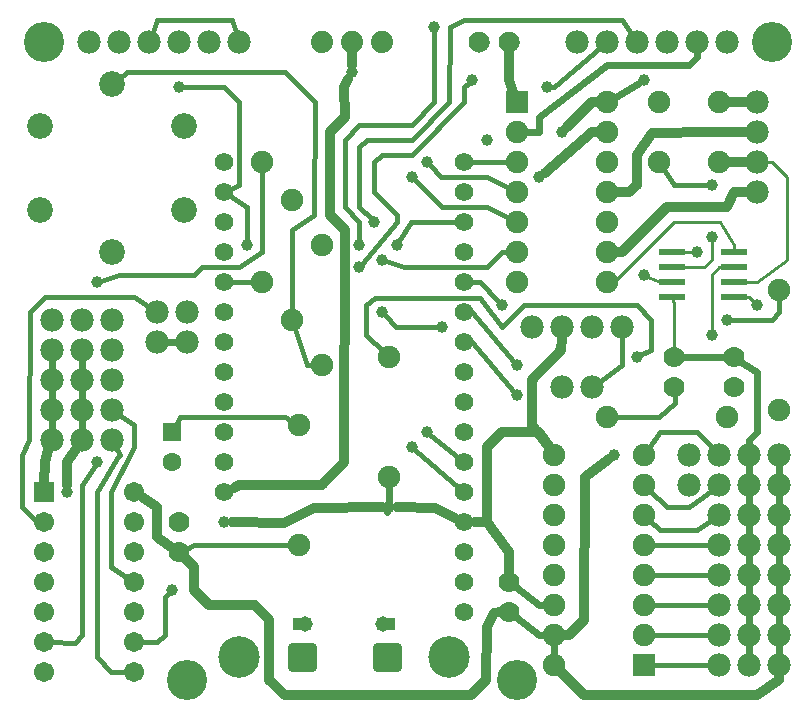
<source format=gtl>
G04 MADE WITH FRITZING*
G04 WWW.FRITZING.ORG*
G04 DOUBLE SIDED*
G04 HOLES PLATED*
G04 CONTOUR ON CENTER OF CONTOUR VECTOR*
%ASAXBY*%
%FSLAX23Y23*%
%MOIN*%
%OFA0B0*%
%SFA1.0B1.0*%
%ADD10C,0.039370*%
%ADD11C,0.078000*%
%ADD12C,0.086000*%
%ADD13C,0.075000*%
%ADD14C,0.070000*%
%ADD15C,0.062992*%
%ADD16C,0.074000*%
%ADD17C,0.138425*%
%ADD18C,0.095000*%
%ADD19C,0.051496*%
%ADD20C,0.062000*%
%ADD21C,0.067559*%
%ADD22C,0.133858*%
%ADD23R,0.087000X0.024000*%
%ADD24R,0.062992X0.062992*%
%ADD25R,0.075000X0.075000*%
%ADD26R,0.067559X0.067559*%
%ADD27C,0.032000*%
%ADD28C,0.016000*%
%ADD29C,0.024000*%
%ADD30C,0.011111*%
%ADD31C,0.029783*%
%ADD32R,0.001000X0.001000*%
%LNCOPPER1*%
G90*
G70*
G54D10*
X175Y707D03*
X274Y1407D03*
G54D11*
X249Y2207D03*
X349Y2207D03*
X449Y2207D03*
X549Y2207D03*
X649Y2207D03*
X749Y2207D03*
G54D10*
X1249Y657D03*
X1275Y1532D03*
X1999Y833D03*
X2074Y1158D03*
X548Y2058D03*
X774Y1532D03*
G54D12*
X324Y2067D03*
X564Y1927D03*
X324Y1507D03*
X84Y1647D03*
X564Y1647D03*
X84Y1927D03*
G54D10*
X2099Y2082D03*
X1399Y2257D03*
X1149Y1532D03*
X1199Y1607D03*
X1774Y2057D03*
X1525Y2082D03*
X1575Y1883D03*
X1124Y2107D03*
X1824Y1907D03*
X1749Y1757D03*
X2274Y1507D03*
X2374Y1282D03*
X2324Y1557D03*
X2324Y1232D03*
X2099Y1432D03*
X2474Y1332D03*
X2324Y1732D03*
G54D13*
X2374Y957D03*
X1974Y957D03*
X2549Y1382D03*
X2549Y982D03*
G54D14*
X2199Y1157D03*
X2199Y1057D03*
X2399Y1157D03*
X2399Y1057D03*
G54D11*
X2249Y732D03*
X2249Y832D03*
G54D13*
X2149Y1807D03*
X2349Y1807D03*
X2149Y2007D03*
X2349Y2007D03*
X1249Y757D03*
X1249Y1157D03*
X949Y532D03*
X949Y932D03*
G54D15*
X524Y907D03*
X524Y809D03*
G54D16*
X1024Y2207D03*
X1124Y2207D03*
X1224Y2207D03*
X1024Y2207D03*
X1124Y2207D03*
X1224Y2207D03*
G54D11*
X124Y1282D03*
X224Y1282D03*
X324Y1282D03*
G54D17*
X1449Y157D03*
G54D18*
X957Y158D03*
G54D19*
X969Y268D03*
G54D20*
X1499Y1807D03*
X1499Y1707D03*
X1499Y1607D03*
X1499Y1507D03*
X1499Y1407D03*
X1499Y1307D03*
X1499Y1207D03*
X1499Y1107D03*
X1499Y1007D03*
G54D17*
X749Y157D03*
G54D20*
X1499Y907D03*
X1499Y807D03*
X1499Y707D03*
X1499Y607D03*
X1499Y507D03*
X1499Y407D03*
X1499Y307D03*
X699Y707D03*
X699Y807D03*
X699Y907D03*
X699Y1007D03*
X699Y1107D03*
X699Y1207D03*
X699Y1307D03*
X699Y1407D03*
X699Y1507D03*
X699Y1607D03*
X699Y1707D03*
X699Y1807D03*
G54D19*
X1229Y268D03*
G54D18*
X1241Y158D03*
G54D10*
X1149Y1457D03*
G54D11*
X1924Y1057D03*
X1824Y1057D03*
G54D10*
X1424Y1257D03*
X1224Y1307D03*
X524Y383D03*
X274Y807D03*
G54D11*
X1874Y2207D03*
X1974Y2207D03*
X2074Y2207D03*
X2174Y2207D03*
X2274Y2207D03*
X2374Y2207D03*
X2549Y132D03*
X2549Y232D03*
X2549Y332D03*
X2549Y432D03*
X2549Y532D03*
X2549Y632D03*
X2549Y732D03*
X2549Y832D03*
X2449Y132D03*
X2449Y232D03*
X2449Y332D03*
X2449Y432D03*
X2449Y532D03*
X2449Y632D03*
X2449Y732D03*
X2449Y832D03*
X2349Y132D03*
X2349Y232D03*
X2349Y332D03*
X2349Y432D03*
X2349Y532D03*
X2349Y632D03*
X2349Y732D03*
X2349Y832D03*
X1724Y1257D03*
X1824Y1257D03*
X1924Y1257D03*
X2024Y1257D03*
X2474Y2007D03*
X2474Y1907D03*
X2474Y1807D03*
X2474Y1707D03*
G54D13*
X1674Y2007D03*
X1974Y2007D03*
X1674Y1907D03*
X1974Y1907D03*
X1674Y1807D03*
X1974Y1807D03*
X1674Y1707D03*
X1974Y1707D03*
X1674Y1607D03*
X1974Y1607D03*
X1674Y1507D03*
X1974Y1507D03*
X1674Y1407D03*
X1974Y1407D03*
X2099Y132D03*
X1799Y132D03*
X2099Y232D03*
X1799Y232D03*
X2099Y332D03*
X1799Y332D03*
X2099Y432D03*
X1799Y432D03*
X2099Y532D03*
X1799Y532D03*
X2099Y632D03*
X1799Y632D03*
X2099Y732D03*
X1799Y732D03*
X2099Y832D03*
X1799Y832D03*
G54D14*
X549Y607D03*
X549Y507D03*
X1649Y407D03*
X1649Y307D03*
G54D10*
X1224Y1482D03*
X1374Y1807D03*
X1374Y907D03*
X1324Y857D03*
X1324Y1757D03*
X1624Y1332D03*
X1674Y1032D03*
X1674Y1132D03*
G54D13*
X824Y1807D03*
X824Y1407D03*
X924Y1282D03*
X924Y1682D03*
X1024Y1132D03*
X1024Y1532D03*
G54D11*
X574Y1307D03*
X474Y1307D03*
X574Y1207D03*
X474Y1207D03*
G54D21*
X99Y707D03*
X399Y707D03*
X99Y607D03*
X399Y607D03*
X99Y507D03*
X399Y507D03*
X99Y407D03*
X399Y407D03*
X99Y307D03*
X399Y307D03*
X99Y207D03*
X399Y207D03*
X99Y107D03*
X399Y107D03*
G54D11*
X224Y1182D03*
X224Y1082D03*
X224Y982D03*
X224Y882D03*
X124Y1182D03*
X124Y1082D03*
X124Y982D03*
X124Y882D03*
X324Y1182D03*
X324Y1082D03*
X324Y982D03*
X324Y882D03*
G54D22*
X1674Y82D03*
X574Y82D03*
X2524Y2207D03*
X99Y2207D03*
G54D14*
X1549Y2207D03*
X1649Y2207D03*
G54D10*
X699Y607D03*
G54D23*
X2193Y1507D03*
X2193Y1457D03*
X2193Y1407D03*
X2193Y1357D03*
X2399Y1357D03*
X2399Y1407D03*
X2399Y1457D03*
X2399Y1507D03*
G54D24*
X524Y907D03*
G54D25*
X1674Y2007D03*
X2099Y132D03*
G54D26*
X99Y707D03*
G54D27*
X205Y853D02*
X175Y807D01*
D02*
X175Y807D02*
X175Y732D01*
G54D28*
D02*
X474Y2281D02*
X724Y2281D01*
D02*
X457Y2231D02*
X474Y2281D01*
D02*
X724Y2281D02*
X741Y2231D01*
G54D29*
D02*
X1249Y729D02*
X1249Y656D01*
G54D28*
D02*
X1944Y1072D02*
X2024Y1133D01*
D02*
X2024Y1133D02*
X2024Y1233D01*
D02*
X2200Y1006D02*
X2200Y1037D01*
D02*
X1323Y1607D02*
X1476Y1607D01*
D02*
X1282Y1544D02*
X1323Y1607D01*
G54D29*
D02*
X1249Y656D02*
X1242Y640D01*
G54D28*
D02*
X1997Y957D02*
X2148Y957D01*
D02*
X2148Y957D02*
X2200Y1006D01*
D02*
X1625Y1257D02*
X1550Y1356D01*
D02*
X1173Y1232D02*
X1233Y1174D01*
D02*
X1173Y1331D02*
X1173Y1232D01*
D02*
X1200Y1356D02*
X1173Y1331D01*
D02*
X1550Y1356D02*
X1200Y1356D01*
D02*
X1699Y1331D02*
X1625Y1257D01*
D02*
X2123Y1282D02*
X2074Y1331D01*
D02*
X2123Y1183D02*
X2123Y1282D01*
D02*
X2086Y1164D02*
X2123Y1183D01*
D02*
X2074Y1331D02*
X1699Y1331D01*
D02*
X1000Y2008D02*
X999Y1632D01*
D02*
X749Y2007D02*
X698Y2058D01*
D02*
X698Y2058D02*
X562Y2058D01*
D02*
X720Y1718D02*
X749Y1733D01*
D02*
X749Y1733D02*
X749Y2007D01*
D02*
X900Y2108D02*
X1000Y2008D01*
D02*
X375Y2108D02*
X900Y2108D01*
D02*
X999Y1632D02*
X924Y1582D01*
D02*
X924Y1582D02*
X924Y1305D01*
D02*
X347Y2086D02*
X375Y2108D01*
D02*
X824Y1508D02*
X824Y1784D01*
D02*
X749Y1458D02*
X824Y1508D01*
D02*
X287Y1411D02*
X349Y1432D01*
D02*
X599Y1432D02*
X624Y1457D01*
D02*
X350Y1432D02*
X599Y1432D01*
D02*
X624Y1457D02*
X749Y1458D01*
G54D29*
D02*
X1749Y1957D02*
X1974Y2132D01*
D02*
X1749Y1907D02*
X1749Y1957D01*
D02*
X2249Y2132D02*
X2274Y2157D01*
D02*
X1974Y2132D02*
X2249Y2132D01*
D02*
X1725Y1907D02*
X1749Y1907D01*
G54D28*
D02*
X1149Y1657D02*
X1190Y1617D01*
D02*
X1149Y1607D02*
X1149Y1546D01*
D02*
X1100Y1657D02*
X1149Y1607D01*
D02*
X1149Y1858D02*
X1149Y1657D01*
D02*
X1174Y1883D02*
X1149Y1858D01*
D02*
X1324Y1883D02*
X1174Y1883D01*
D02*
X1449Y2008D02*
X1324Y1883D01*
D02*
X1450Y2257D02*
X1449Y2008D01*
D02*
X1499Y2283D02*
X1450Y2257D01*
D02*
X2061Y2228D02*
X2024Y2283D01*
D02*
X2024Y2283D02*
X1499Y2283D01*
D02*
X1324Y1933D02*
X1149Y1933D01*
D02*
X1149Y1933D02*
X1100Y1883D01*
D02*
X1100Y1883D02*
X1100Y1657D01*
D02*
X1399Y2244D02*
X1399Y2008D01*
D02*
X1399Y2008D02*
X1324Y1933D01*
G54D29*
D02*
X2274Y2157D02*
X2274Y2177D01*
D02*
X1703Y1907D02*
X1725Y1907D01*
D02*
X2083Y2073D02*
X1999Y2022D01*
G54D28*
D02*
X1799Y2057D02*
X1956Y2191D01*
D02*
X1274Y1607D02*
X1274Y1632D01*
D02*
X1274Y1632D02*
X1199Y1707D01*
D02*
X1199Y1707D02*
X1199Y1807D01*
D02*
X1199Y1807D02*
X1224Y1832D01*
D02*
X1224Y1832D02*
X1324Y1832D01*
D02*
X1324Y1832D02*
X1499Y2008D01*
D02*
X1499Y2008D02*
X1499Y2057D01*
D02*
X1499Y2057D02*
X1515Y2073D01*
D02*
X1158Y1468D02*
X1274Y1607D01*
D02*
X1788Y2057D02*
X1799Y2057D01*
G54D30*
D02*
X2399Y1532D02*
X2399Y1514D01*
D02*
X2350Y1608D02*
X2399Y1532D01*
D02*
X1999Y1408D02*
X2199Y1608D01*
D02*
X1997Y1408D02*
X1999Y1408D01*
D02*
X2199Y1608D02*
X2350Y1608D01*
G54D27*
D02*
X1649Y2082D02*
X1649Y2176D01*
D02*
X1924Y2008D02*
X1940Y2007D01*
D02*
X1841Y1925D02*
X1924Y2008D01*
D02*
X1663Y2040D02*
X1649Y2082D01*
D02*
X1925Y1908D02*
X1940Y1908D01*
D02*
X1768Y1773D02*
X1925Y1908D01*
G54D28*
D02*
X801Y1407D02*
X722Y1407D01*
G54D27*
D02*
X1124Y2171D02*
X1124Y2132D01*
D02*
X2439Y1807D02*
X2383Y1807D01*
D02*
X2439Y2007D02*
X2383Y2007D01*
G54D28*
D02*
X2549Y1307D02*
X2549Y1359D01*
D02*
X2524Y1283D02*
X2549Y1307D01*
G54D30*
D02*
X2231Y1507D02*
X2261Y1507D01*
G54D28*
D02*
X2388Y1282D02*
X2524Y1283D01*
G54D30*
D02*
X2199Y1332D02*
X2199Y1178D01*
D02*
X2195Y1351D02*
X2199Y1332D01*
G54D29*
D02*
X2373Y1157D02*
X2225Y1157D01*
D02*
X2475Y907D02*
X2449Y883D01*
D02*
X2449Y883D02*
X2449Y862D01*
D02*
X2421Y1143D02*
X2475Y1107D01*
D02*
X2475Y1107D02*
X2475Y907D01*
G54D30*
D02*
X2324Y1246D02*
X2324Y1433D01*
D02*
X2324Y1433D02*
X2349Y1458D01*
D02*
X2349Y1458D02*
X2361Y1458D01*
D02*
X2324Y1483D02*
X2324Y1544D01*
D02*
X2231Y1457D02*
X2299Y1458D01*
D02*
X2299Y1458D02*
X2324Y1483D01*
D02*
X2474Y1407D02*
X2574Y1483D01*
D02*
X2524Y1807D02*
X2499Y1807D01*
D02*
X2574Y1758D02*
X2524Y1807D01*
D02*
X2437Y1407D02*
X2474Y1407D01*
D02*
X2574Y1483D02*
X2574Y1758D01*
D02*
X2150Y1407D02*
X2111Y1426D01*
D02*
X2155Y1407D02*
X2150Y1407D01*
G54D28*
D02*
X2162Y1788D02*
X2199Y1732D01*
D02*
X2199Y1732D02*
X2311Y1732D01*
G54D30*
D02*
X2449Y1358D02*
X2465Y1342D01*
D02*
X2437Y1358D02*
X2449Y1358D01*
G54D28*
D02*
X1574Y1758D02*
X1423Y1758D01*
D02*
X1424Y1657D02*
X1334Y1748D01*
D02*
X1574Y1658D02*
X1424Y1657D01*
D02*
X1423Y1758D02*
X1384Y1798D01*
D02*
X1654Y1718D02*
X1574Y1758D01*
D02*
X1624Y1507D02*
X1651Y1507D01*
D02*
X1575Y1458D02*
X1624Y1507D01*
D02*
X1654Y1618D02*
X1574Y1658D01*
D02*
X1299Y1458D02*
X1575Y1458D01*
D02*
X1237Y1478D02*
X1299Y1458D01*
G54D27*
D02*
X474Y557D02*
X523Y525D01*
D02*
X474Y658D02*
X474Y557D01*
D02*
X425Y690D02*
X474Y658D01*
G54D28*
D02*
X900Y957D02*
X550Y957D01*
D02*
X929Y943D02*
X900Y957D01*
D02*
X550Y957D02*
X534Y926D01*
D02*
X598Y532D02*
X568Y516D01*
D02*
X926Y532D02*
X598Y532D01*
D02*
X100Y1357D02*
X50Y1307D01*
G54D29*
D02*
X544Y1207D02*
X504Y1207D01*
G54D28*
D02*
X75Y608D02*
X80Y608D01*
D02*
X24Y658D02*
X75Y608D01*
D02*
X454Y1321D02*
X399Y1357D01*
D02*
X399Y1357D02*
X100Y1357D01*
D02*
X24Y831D02*
X24Y658D01*
D02*
X49Y882D02*
X24Y831D01*
D02*
X50Y1307D02*
X49Y882D01*
G54D29*
D02*
X124Y1052D02*
X124Y1012D01*
D02*
X124Y1112D02*
X124Y1152D01*
D02*
X224Y1152D02*
X224Y1112D01*
D02*
X224Y1052D02*
X224Y1012D01*
D02*
X224Y952D02*
X224Y912D01*
D02*
X124Y952D02*
X124Y912D01*
G54D28*
D02*
X1273Y1257D02*
X1234Y1298D01*
D02*
X1411Y1257D02*
X1273Y1257D01*
G54D27*
D02*
X1523Y32D02*
X900Y31D01*
D02*
X900Y31D02*
X848Y83D01*
D02*
X1575Y257D02*
X1573Y83D01*
D02*
X1573Y83D02*
X1523Y32D01*
D02*
X1599Y306D02*
X1575Y257D01*
D02*
X848Y83D02*
X848Y282D01*
D02*
X848Y282D02*
X800Y333D01*
D02*
X800Y333D02*
X648Y332D01*
D02*
X648Y332D02*
X598Y382D01*
D02*
X1618Y307D02*
X1599Y306D01*
D02*
X1468Y623D02*
X1400Y656D01*
D02*
X599Y458D02*
X572Y485D01*
D02*
X598Y382D02*
X599Y458D01*
D02*
X1024Y733D02*
X1099Y807D01*
D02*
X749Y732D02*
X1024Y733D01*
D02*
X1099Y2058D02*
X1113Y2086D01*
D02*
X1100Y1582D02*
X1050Y1632D01*
D02*
X1050Y1632D02*
X1050Y1908D01*
D02*
X1100Y1958D02*
X1099Y2058D01*
D02*
X1050Y1908D02*
X1100Y1958D01*
D02*
X1099Y807D02*
X1100Y1582D01*
G54D28*
D02*
X500Y233D02*
X500Y358D01*
D02*
X500Y358D02*
X515Y373D01*
D02*
X475Y208D02*
X500Y233D01*
G54D27*
D02*
X730Y722D02*
X749Y732D01*
G54D28*
D02*
X383Y418D02*
X323Y458D01*
D02*
X323Y458D02*
X323Y707D01*
D02*
X399Y858D02*
X399Y932D01*
D02*
X399Y932D02*
X345Y969D01*
D02*
X323Y707D02*
X399Y858D01*
D02*
X350Y832D02*
X335Y860D01*
D02*
X323Y108D02*
X275Y158D01*
D02*
X380Y107D02*
X323Y108D01*
D02*
X275Y707D02*
X349Y832D01*
D02*
X275Y158D02*
X275Y707D01*
D02*
X419Y208D02*
X475Y208D01*
G54D27*
D02*
X100Y808D02*
X99Y738D01*
D02*
X113Y848D02*
X100Y808D01*
G54D28*
D02*
X200Y206D02*
X119Y207D01*
D02*
X225Y732D02*
X225Y232D01*
D02*
X267Y796D02*
X225Y732D01*
D02*
X225Y232D02*
X200Y206D01*
D02*
X1574Y1808D02*
X1522Y1808D01*
D02*
X1651Y1808D02*
X1574Y1808D01*
G54D27*
D02*
X1748Y907D02*
X1780Y861D01*
D02*
X1625Y907D02*
X1748Y907D01*
D02*
X1724Y932D02*
X1779Y860D01*
D02*
X1724Y1083D02*
X1724Y932D01*
D02*
X1823Y1183D02*
X1724Y1083D01*
D02*
X1824Y1222D02*
X1823Y1183D01*
D02*
X1575Y858D02*
X1625Y907D01*
D02*
X1534Y608D02*
X1575Y608D01*
D02*
X1575Y608D02*
X1575Y858D01*
D02*
X1849Y232D02*
X1833Y232D01*
D02*
X1899Y282D02*
X1849Y232D01*
D02*
X1900Y758D02*
X1899Y282D01*
D02*
X1980Y818D02*
X1900Y758D01*
G54D29*
D02*
X1799Y204D02*
X1799Y161D01*
D02*
X1748Y232D02*
X1670Y292D01*
D02*
X1771Y232D02*
X1748Y232D01*
D02*
X1748Y333D02*
X1670Y392D01*
D02*
X1771Y333D02*
X1748Y333D01*
G54D27*
D02*
X1649Y507D02*
X1575Y608D01*
D02*
X1649Y439D02*
X1649Y507D01*
D02*
X1575Y608D02*
X1534Y608D01*
G54D28*
D02*
X2150Y582D02*
X2116Y616D01*
D02*
X2274Y582D02*
X2150Y582D01*
D02*
X2329Y619D02*
X2274Y582D01*
D02*
X2325Y532D02*
X2122Y532D01*
D02*
X2325Y432D02*
X2122Y432D01*
D02*
X2325Y232D02*
X2122Y232D01*
D02*
X2325Y132D02*
X2122Y132D01*
D02*
X2150Y907D02*
X2274Y907D01*
D02*
X2274Y907D02*
X2332Y850D01*
D02*
X2112Y851D02*
X2150Y907D01*
D02*
X2325Y332D02*
X2122Y332D01*
D02*
X2175Y658D02*
X2116Y716D01*
D02*
X2249Y658D02*
X2175Y658D01*
D02*
X2330Y718D02*
X2249Y658D01*
G54D29*
D02*
X2549Y562D02*
X2549Y602D01*
D02*
X2549Y662D02*
X2549Y702D01*
D02*
X2549Y762D02*
X2549Y802D01*
D02*
X2449Y802D02*
X2449Y762D01*
D02*
X2449Y702D02*
X2449Y662D01*
D02*
X2449Y602D02*
X2449Y562D01*
D02*
X2449Y502D02*
X2449Y462D01*
D02*
X2449Y402D02*
X2449Y362D01*
D02*
X2449Y302D02*
X2449Y262D01*
D02*
X2449Y202D02*
X2449Y162D01*
D02*
X2549Y162D02*
X2549Y202D01*
D02*
X2549Y362D02*
X2549Y402D01*
D02*
X2549Y462D02*
X2549Y502D01*
G54D27*
D02*
X2549Y83D02*
X2475Y33D01*
D02*
X2475Y33D02*
X1899Y33D01*
D02*
X1899Y33D02*
X1823Y108D01*
D02*
X2549Y97D02*
X2549Y83D01*
G54D29*
D02*
X2549Y262D02*
X2549Y302D01*
G54D27*
D02*
X2374Y1657D02*
X2175Y1657D01*
D02*
X2175Y1657D02*
X2025Y1508D01*
D02*
X2399Y1707D02*
X2374Y1657D01*
D02*
X2025Y1508D02*
X2008Y1508D01*
D02*
X2074Y1832D02*
X2074Y1732D01*
D02*
X2125Y1906D02*
X2074Y1832D01*
D02*
X2324Y1907D02*
X2125Y1906D01*
D02*
X2049Y1707D02*
X2008Y1707D01*
D02*
X2074Y1732D02*
X2049Y1707D01*
D02*
X2439Y1907D02*
X2324Y1907D01*
D02*
X2439Y1707D02*
X2399Y1707D01*
G54D28*
D02*
X1385Y899D02*
X1481Y822D01*
D02*
X1615Y1342D02*
X1550Y1407D01*
D02*
X1550Y1407D02*
X1522Y1407D01*
D02*
X1334Y849D02*
X1482Y722D01*
D02*
X1665Y1043D02*
X1525Y1207D01*
D02*
X1525Y1207D02*
X1522Y1207D01*
D02*
X1524Y1307D02*
X1665Y1143D01*
D02*
X1522Y1307D02*
X1524Y1307D01*
D02*
X974Y1132D02*
X931Y1260D01*
D02*
X1001Y1132D02*
X974Y1132D01*
D02*
X774Y1657D02*
X718Y1694D01*
D02*
X774Y1546D02*
X774Y1657D01*
G54D27*
D02*
X1225Y657D02*
X999Y656D01*
D02*
X1400Y656D02*
X1274Y657D01*
D02*
X999Y656D02*
X898Y606D01*
D02*
X898Y606D02*
X724Y607D01*
G54D31*
X925Y190D02*
X990Y190D01*
X990Y125D01*
X925Y125D01*
X925Y190D01*
D02*
X1208Y190D02*
X1274Y190D01*
X1274Y125D01*
X1208Y125D01*
X1208Y190D01*
D02*
G54D32*
X1543Y2242D02*
X1554Y2242D01*
X1643Y2242D02*
X1654Y2242D01*
X1539Y2241D02*
X1558Y2241D01*
X1639Y2241D02*
X1658Y2241D01*
X1536Y2240D02*
X1561Y2240D01*
X1636Y2240D02*
X1661Y2240D01*
X1534Y2239D02*
X1563Y2239D01*
X1634Y2239D02*
X1663Y2239D01*
X1532Y2238D02*
X1565Y2238D01*
X1632Y2238D02*
X1665Y2238D01*
X1530Y2237D02*
X1567Y2237D01*
X1630Y2237D02*
X1667Y2237D01*
X1529Y2236D02*
X1568Y2236D01*
X1629Y2236D02*
X1668Y2236D01*
X1527Y2235D02*
X1570Y2235D01*
X1627Y2235D02*
X1670Y2235D01*
X1526Y2234D02*
X1571Y2234D01*
X1626Y2234D02*
X1671Y2234D01*
X1525Y2233D02*
X1572Y2233D01*
X1625Y2233D02*
X1672Y2233D01*
X1524Y2232D02*
X1573Y2232D01*
X1624Y2232D02*
X1673Y2232D01*
X1523Y2231D02*
X1574Y2231D01*
X1623Y2231D02*
X1674Y2231D01*
X1522Y2230D02*
X1575Y2230D01*
X1622Y2230D02*
X1675Y2230D01*
X1521Y2229D02*
X1576Y2229D01*
X1621Y2229D02*
X1676Y2229D01*
X1521Y2228D02*
X1576Y2228D01*
X1621Y2228D02*
X1676Y2228D01*
X1520Y2227D02*
X1577Y2227D01*
X1620Y2227D02*
X1677Y2227D01*
X1519Y2226D02*
X1578Y2226D01*
X1619Y2226D02*
X1678Y2226D01*
X1519Y2225D02*
X1578Y2225D01*
X1619Y2225D02*
X1678Y2225D01*
X1518Y2224D02*
X1579Y2224D01*
X1618Y2224D02*
X1679Y2224D01*
X1518Y2223D02*
X1579Y2223D01*
X1618Y2223D02*
X1679Y2223D01*
X1517Y2222D02*
X1543Y2222D01*
X1554Y2222D02*
X1580Y2222D01*
X1617Y2222D02*
X1643Y2222D01*
X1654Y2222D02*
X1680Y2222D01*
X1517Y2221D02*
X1541Y2221D01*
X1556Y2221D02*
X1580Y2221D01*
X1617Y2221D02*
X1641Y2221D01*
X1656Y2221D02*
X1680Y2221D01*
X1516Y2220D02*
X1539Y2220D01*
X1558Y2220D02*
X1581Y2220D01*
X1616Y2220D02*
X1639Y2220D01*
X1658Y2220D02*
X1681Y2220D01*
X1516Y2219D02*
X1538Y2219D01*
X1559Y2219D02*
X1581Y2219D01*
X1616Y2219D02*
X1638Y2219D01*
X1659Y2219D02*
X1681Y2219D01*
X1516Y2218D02*
X1537Y2218D01*
X1560Y2218D02*
X1581Y2218D01*
X1616Y2218D02*
X1637Y2218D01*
X1660Y2218D02*
X1681Y2218D01*
X1515Y2217D02*
X1536Y2217D01*
X1561Y2217D02*
X1582Y2217D01*
X1615Y2217D02*
X1636Y2217D01*
X1661Y2217D02*
X1682Y2217D01*
X1515Y2216D02*
X1535Y2216D01*
X1562Y2216D02*
X1582Y2216D01*
X1615Y2216D02*
X1635Y2216D01*
X1662Y2216D02*
X1682Y2216D01*
X1515Y2215D02*
X1535Y2215D01*
X1562Y2215D02*
X1582Y2215D01*
X1615Y2215D02*
X1635Y2215D01*
X1662Y2215D02*
X1682Y2215D01*
X1515Y2214D02*
X1534Y2214D01*
X1563Y2214D02*
X1582Y2214D01*
X1615Y2214D02*
X1634Y2214D01*
X1663Y2214D02*
X1682Y2214D01*
X1515Y2213D02*
X1534Y2213D01*
X1563Y2213D02*
X1582Y2213D01*
X1615Y2213D02*
X1634Y2213D01*
X1663Y2213D02*
X1682Y2213D01*
X1514Y2212D02*
X1534Y2212D01*
X1563Y2212D02*
X1583Y2212D01*
X1614Y2212D02*
X1634Y2212D01*
X1663Y2212D02*
X1683Y2212D01*
X1514Y2211D02*
X1533Y2211D01*
X1564Y2211D02*
X1583Y2211D01*
X1614Y2211D02*
X1633Y2211D01*
X1664Y2211D02*
X1683Y2211D01*
X1514Y2210D02*
X1533Y2210D01*
X1564Y2210D02*
X1583Y2210D01*
X1614Y2210D02*
X1633Y2210D01*
X1664Y2210D02*
X1683Y2210D01*
X1514Y2209D02*
X1533Y2209D01*
X1564Y2209D02*
X1583Y2209D01*
X1614Y2209D02*
X1633Y2209D01*
X1664Y2209D02*
X1683Y2209D01*
X1514Y2208D02*
X1533Y2208D01*
X1564Y2208D02*
X1583Y2208D01*
X1614Y2208D02*
X1633Y2208D01*
X1664Y2208D02*
X1683Y2208D01*
X1514Y2207D02*
X1533Y2207D01*
X1564Y2207D02*
X1583Y2207D01*
X1614Y2207D02*
X1633Y2207D01*
X1664Y2207D02*
X1683Y2207D01*
X1514Y2206D02*
X1533Y2206D01*
X1564Y2206D02*
X1583Y2206D01*
X1614Y2206D02*
X1633Y2206D01*
X1664Y2206D02*
X1683Y2206D01*
X1514Y2205D02*
X1533Y2205D01*
X1564Y2205D02*
X1583Y2205D01*
X1614Y2205D02*
X1633Y2205D01*
X1664Y2205D02*
X1683Y2205D01*
X1514Y2204D02*
X1533Y2204D01*
X1564Y2204D02*
X1583Y2204D01*
X1614Y2204D02*
X1633Y2204D01*
X1664Y2204D02*
X1683Y2204D01*
X1514Y2203D02*
X1534Y2203D01*
X1563Y2203D02*
X1583Y2203D01*
X1614Y2203D02*
X1634Y2203D01*
X1663Y2203D02*
X1683Y2203D01*
X1515Y2202D02*
X1534Y2202D01*
X1563Y2202D02*
X1582Y2202D01*
X1615Y2202D02*
X1634Y2202D01*
X1663Y2202D02*
X1682Y2202D01*
X1515Y2201D02*
X1534Y2201D01*
X1563Y2201D02*
X1582Y2201D01*
X1615Y2201D02*
X1634Y2201D01*
X1663Y2201D02*
X1682Y2201D01*
X1515Y2200D02*
X1535Y2200D01*
X1562Y2200D02*
X1582Y2200D01*
X1615Y2200D02*
X1635Y2200D01*
X1662Y2200D02*
X1682Y2200D01*
X1515Y2199D02*
X1536Y2199D01*
X1561Y2199D02*
X1582Y2199D01*
X1615Y2199D02*
X1636Y2199D01*
X1661Y2199D02*
X1682Y2199D01*
X1516Y2198D02*
X1537Y2198D01*
X1560Y2198D02*
X1581Y2198D01*
X1616Y2198D02*
X1637Y2198D01*
X1660Y2198D02*
X1681Y2198D01*
X1516Y2197D02*
X1538Y2197D01*
X1559Y2197D02*
X1581Y2197D01*
X1616Y2197D02*
X1638Y2197D01*
X1659Y2197D02*
X1681Y2197D01*
X1516Y2196D02*
X1539Y2196D01*
X1558Y2196D02*
X1581Y2196D01*
X1616Y2196D02*
X1639Y2196D01*
X1658Y2196D02*
X1681Y2196D01*
X1517Y2195D02*
X1540Y2195D01*
X1557Y2195D02*
X1580Y2195D01*
X1617Y2195D02*
X1640Y2195D01*
X1657Y2195D02*
X1680Y2195D01*
X1517Y2194D02*
X1542Y2194D01*
X1555Y2194D02*
X1580Y2194D01*
X1617Y2194D02*
X1642Y2194D01*
X1655Y2194D02*
X1680Y2194D01*
X1517Y2193D02*
X1545Y2193D01*
X1552Y2193D02*
X1580Y2193D01*
X1617Y2193D02*
X1645Y2193D01*
X1652Y2193D02*
X1680Y2193D01*
X1518Y2192D02*
X1579Y2192D01*
X1618Y2192D02*
X1679Y2192D01*
X1518Y2191D02*
X1579Y2191D01*
X1618Y2191D02*
X1679Y2191D01*
X1519Y2190D02*
X1578Y2190D01*
X1619Y2190D02*
X1678Y2190D01*
X1520Y2189D02*
X1577Y2189D01*
X1620Y2189D02*
X1677Y2189D01*
X1520Y2188D02*
X1577Y2188D01*
X1620Y2188D02*
X1677Y2188D01*
X1521Y2187D02*
X1576Y2187D01*
X1621Y2187D02*
X1676Y2187D01*
X1522Y2186D02*
X1575Y2186D01*
X1622Y2186D02*
X1675Y2186D01*
X1522Y2185D02*
X1575Y2185D01*
X1622Y2185D02*
X1675Y2185D01*
X1523Y2184D02*
X1574Y2184D01*
X1623Y2184D02*
X1674Y2184D01*
X1524Y2183D02*
X1573Y2183D01*
X1624Y2183D02*
X1673Y2183D01*
X1525Y2182D02*
X1572Y2182D01*
X1625Y2182D02*
X1672Y2182D01*
X1526Y2181D02*
X1571Y2181D01*
X1626Y2181D02*
X1671Y2181D01*
X1528Y2180D02*
X1569Y2180D01*
X1628Y2180D02*
X1669Y2180D01*
X1529Y2179D02*
X1568Y2179D01*
X1629Y2179D02*
X1668Y2179D01*
X1531Y2178D02*
X1566Y2178D01*
X1631Y2178D02*
X1666Y2178D01*
X1533Y2177D02*
X1564Y2177D01*
X1633Y2177D02*
X1664Y2177D01*
X1535Y2176D02*
X1562Y2176D01*
X1635Y2176D02*
X1662Y2176D01*
X1537Y2175D02*
X1560Y2175D01*
X1637Y2175D02*
X1660Y2175D01*
X1540Y2174D02*
X1557Y2174D01*
X1640Y2174D02*
X1657Y2174D01*
X1545Y2173D02*
X1552Y2173D01*
X1645Y2173D02*
X1652Y2173D01*
X928Y288D02*
X962Y288D01*
X975Y288D02*
X989Y288D01*
X1208Y288D02*
X1222Y288D01*
X1235Y288D02*
X1269Y288D01*
X928Y287D02*
X959Y287D01*
X978Y287D02*
X989Y287D01*
X1208Y287D02*
X1219Y287D01*
X1238Y287D02*
X1269Y287D01*
X928Y286D02*
X958Y286D01*
X980Y286D02*
X989Y286D01*
X1208Y286D02*
X1217Y286D01*
X1240Y286D02*
X1269Y286D01*
X928Y285D02*
X956Y285D01*
X981Y285D02*
X989Y285D01*
X1208Y285D02*
X1216Y285D01*
X1241Y285D02*
X1269Y285D01*
X928Y284D02*
X955Y284D01*
X982Y284D02*
X989Y284D01*
X1208Y284D02*
X1215Y284D01*
X1242Y284D02*
X1269Y284D01*
X928Y283D02*
X954Y283D01*
X984Y283D02*
X989Y283D01*
X1208Y283D02*
X1213Y283D01*
X1243Y283D02*
X1269Y283D01*
X928Y282D02*
X953Y282D01*
X985Y282D02*
X989Y282D01*
X1208Y282D02*
X1213Y282D01*
X1244Y282D02*
X1269Y282D01*
X928Y281D02*
X952Y281D01*
X985Y281D02*
X989Y281D01*
X1208Y281D02*
X1212Y281D01*
X1245Y281D02*
X1269Y281D01*
X928Y280D02*
X951Y280D01*
X986Y280D02*
X989Y280D01*
X1208Y280D02*
X1211Y280D01*
X1246Y280D02*
X1269Y280D01*
X928Y279D02*
X950Y279D01*
X987Y279D02*
X989Y279D01*
X1208Y279D02*
X1210Y279D01*
X1247Y279D02*
X1269Y279D01*
X928Y278D02*
X950Y278D01*
X987Y278D02*
X989Y278D01*
X1208Y278D02*
X1210Y278D01*
X1247Y278D02*
X1269Y278D01*
X928Y277D02*
X949Y277D01*
X988Y277D02*
X989Y277D01*
X1208Y277D02*
X1209Y277D01*
X1248Y277D02*
X1269Y277D01*
X928Y276D02*
X949Y276D01*
X988Y276D02*
X989Y276D01*
X1208Y276D02*
X1209Y276D01*
X1248Y276D02*
X1269Y276D01*
X928Y275D02*
X949Y275D01*
X989Y275D02*
X989Y275D01*
X1208Y275D02*
X1208Y275D01*
X1248Y275D02*
X1269Y275D01*
X928Y274D02*
X948Y274D01*
X989Y274D02*
X989Y274D01*
X1208Y274D02*
X1208Y274D01*
X1249Y274D02*
X1269Y274D01*
X928Y273D02*
X948Y273D01*
X989Y273D02*
X989Y273D01*
X1208Y273D02*
X1208Y273D01*
X1249Y273D02*
X1269Y273D01*
X928Y272D02*
X948Y272D01*
X1249Y272D02*
X1269Y272D01*
X928Y271D02*
X948Y271D01*
X1250Y271D02*
X1269Y271D01*
X928Y270D02*
X948Y270D01*
X1250Y270D02*
X1269Y270D01*
X928Y269D02*
X947Y269D01*
X1250Y269D02*
X1269Y269D01*
X928Y268D02*
X947Y268D01*
X1250Y268D02*
X1269Y268D01*
X928Y267D02*
X947Y267D01*
X1250Y267D02*
X1269Y267D01*
X928Y266D02*
X948Y266D01*
X1250Y266D02*
X1269Y266D01*
X928Y265D02*
X948Y265D01*
X1249Y265D02*
X1269Y265D01*
X928Y264D02*
X948Y264D01*
X1249Y264D02*
X1269Y264D01*
X928Y263D02*
X948Y263D01*
X989Y263D02*
X989Y263D01*
X1208Y263D02*
X1208Y263D01*
X1249Y263D02*
X1269Y263D01*
X928Y262D02*
X948Y262D01*
X989Y262D02*
X989Y262D01*
X1208Y262D02*
X1208Y262D01*
X1249Y262D02*
X1269Y262D01*
X928Y261D02*
X949Y261D01*
X989Y261D02*
X989Y261D01*
X1208Y261D02*
X1209Y261D01*
X1248Y261D02*
X1269Y261D01*
X928Y260D02*
X949Y260D01*
X988Y260D02*
X989Y260D01*
X1208Y260D02*
X1209Y260D01*
X1248Y260D02*
X1269Y260D01*
X928Y259D02*
X950Y259D01*
X988Y259D02*
X989Y259D01*
X1208Y259D02*
X1209Y259D01*
X1247Y259D02*
X1269Y259D01*
X928Y258D02*
X950Y258D01*
X987Y258D02*
X989Y258D01*
X1208Y258D02*
X1210Y258D01*
X1247Y258D02*
X1269Y258D01*
X928Y257D02*
X951Y257D01*
X987Y257D02*
X989Y257D01*
X1208Y257D02*
X1211Y257D01*
X1246Y257D02*
X1269Y257D01*
X928Y256D02*
X951Y256D01*
X986Y256D02*
X989Y256D01*
X1208Y256D02*
X1211Y256D01*
X1246Y256D02*
X1269Y256D01*
X928Y255D02*
X952Y255D01*
X985Y255D02*
X989Y255D01*
X1208Y255D02*
X1212Y255D01*
X1245Y255D02*
X1269Y255D01*
X928Y254D02*
X953Y254D01*
X984Y254D02*
X989Y254D01*
X1208Y254D02*
X1213Y254D01*
X1244Y254D02*
X1269Y254D01*
X928Y253D02*
X954Y253D01*
X983Y253D02*
X989Y253D01*
X1208Y253D02*
X1214Y253D01*
X1243Y253D02*
X1269Y253D01*
X928Y252D02*
X955Y252D01*
X982Y252D02*
X989Y252D01*
X1208Y252D02*
X1215Y252D01*
X1242Y252D02*
X1269Y252D01*
X928Y251D02*
X957Y251D01*
X981Y251D02*
X989Y251D01*
X1208Y251D02*
X1216Y251D01*
X1240Y251D02*
X1269Y251D01*
X928Y250D02*
X958Y250D01*
X979Y250D02*
X989Y250D01*
X1208Y250D02*
X1218Y250D01*
X1239Y250D02*
X1269Y250D01*
X928Y249D02*
X960Y249D01*
X977Y249D02*
X989Y249D01*
X1208Y249D02*
X1220Y249D01*
X1237Y249D02*
X1269Y249D01*
X928Y248D02*
X964Y248D01*
X974Y248D02*
X989Y248D01*
X1208Y248D02*
X1224Y248D01*
X1233Y248D02*
X1269Y248D01*
D02*
G04 End of Copper1*
M02*
</source>
